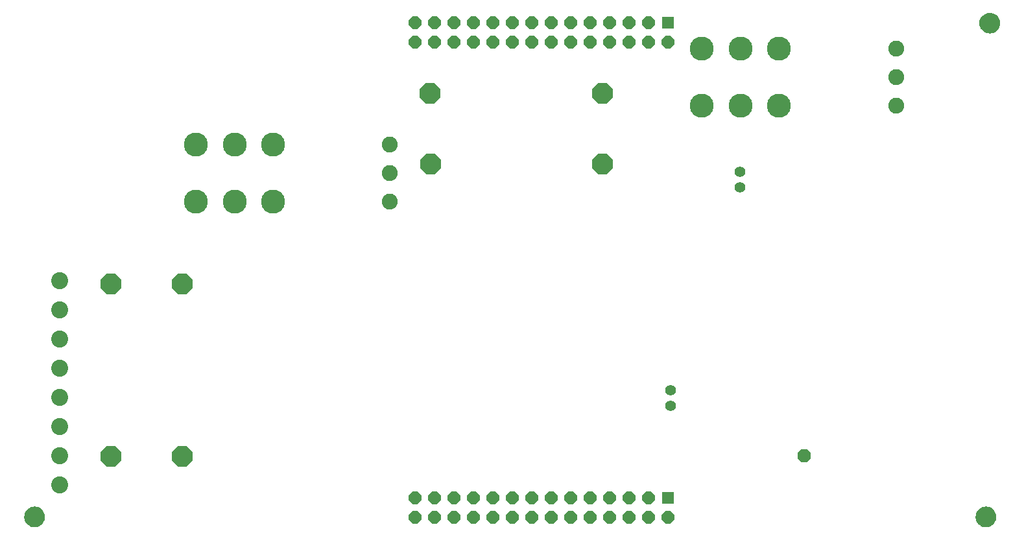
<source format=gbs>
G75*
%MOIN*%
%OFA0B0*%
%FSLAX25Y25*%
%IPPOS*%
%LPD*%
%AMOC8*
5,1,8,0,0,1.08239X$1,22.5*
%
%ADD10R,0.06406X0.06406*%
%ADD11OC8,0.06406*%
%ADD12C,0.08768*%
%ADD13C,0.00500*%
%ADD14OC8,0.06996*%
%ADD15OC8,0.10500*%
%ADD16C,0.12311*%
%ADD17C,0.08177*%
%ADD18C,0.05500*%
D10*
X0345473Y0038461D03*
X0345473Y0282713D03*
D11*
X0335473Y0282713D03*
X0325473Y0282713D03*
X0315473Y0282713D03*
X0305473Y0282713D03*
X0295473Y0282713D03*
X0285473Y0282713D03*
X0275473Y0282713D03*
X0265473Y0282713D03*
X0255473Y0282713D03*
X0245473Y0282713D03*
X0235473Y0282713D03*
X0225473Y0282713D03*
X0215473Y0282713D03*
X0215473Y0272713D03*
X0225473Y0272713D03*
X0235473Y0272713D03*
X0245473Y0272713D03*
X0255473Y0272713D03*
X0265473Y0272713D03*
X0275473Y0272713D03*
X0285473Y0272713D03*
X0295473Y0272713D03*
X0305473Y0272713D03*
X0315473Y0272713D03*
X0325473Y0272713D03*
X0335473Y0272713D03*
X0345473Y0272713D03*
X0335473Y0038461D03*
X0325473Y0038461D03*
X0315473Y0038461D03*
X0305473Y0038461D03*
X0295473Y0038461D03*
X0285473Y0038461D03*
X0275473Y0038461D03*
X0265473Y0038461D03*
X0255473Y0038461D03*
X0245473Y0038461D03*
X0235473Y0038461D03*
X0225473Y0038461D03*
X0215473Y0038461D03*
X0215473Y0028461D03*
X0225473Y0028461D03*
X0235473Y0028461D03*
X0245473Y0028461D03*
X0255473Y0028461D03*
X0265473Y0028461D03*
X0275473Y0028461D03*
X0285473Y0028461D03*
X0295473Y0028461D03*
X0305473Y0028461D03*
X0315473Y0028461D03*
X0325473Y0028461D03*
X0335473Y0028461D03*
X0345473Y0028461D03*
D12*
X0032796Y0045016D03*
X0032796Y0060016D03*
X0032796Y0075016D03*
X0032796Y0090016D03*
X0032796Y0105016D03*
X0032796Y0120016D03*
X0032796Y0135016D03*
X0032796Y0150016D03*
D13*
X0016590Y0024788D02*
X0017304Y0024288D01*
X0018094Y0023920D01*
X0018936Y0023694D01*
X0019804Y0023618D01*
X0020672Y0023694D01*
X0021514Y0023920D01*
X0022304Y0024288D01*
X0023018Y0024788D01*
X0023634Y0025404D01*
X0024134Y0026118D01*
X0024502Y0026908D01*
X0024728Y0027750D01*
X0024804Y0028618D01*
X0024728Y0029486D01*
X0024502Y0030328D01*
X0024134Y0031118D01*
X0023634Y0031832D01*
X0023018Y0032448D01*
X0022304Y0032948D01*
X0021514Y0033317D01*
X0020672Y0033542D01*
X0019804Y0033618D01*
X0018936Y0033542D01*
X0018094Y0033317D01*
X0017304Y0032948D01*
X0016590Y0032448D01*
X0015974Y0031832D01*
X0015474Y0031118D01*
X0015105Y0030328D01*
X0014880Y0029486D01*
X0014804Y0028618D01*
X0014880Y0027750D01*
X0015105Y0026908D01*
X0015474Y0026118D01*
X0015974Y0025404D01*
X0016590Y0024788D01*
X0016743Y0024681D02*
X0022865Y0024681D01*
X0023410Y0025180D02*
X0016198Y0025180D01*
X0015782Y0025678D02*
X0023826Y0025678D01*
X0024161Y0026177D02*
X0015447Y0026177D01*
X0015214Y0026675D02*
X0024394Y0026675D01*
X0024574Y0027174D02*
X0015034Y0027174D01*
X0014901Y0027672D02*
X0024707Y0027672D01*
X0024765Y0028171D02*
X0014843Y0028171D01*
X0014808Y0028669D02*
X0024799Y0028669D01*
X0024756Y0029168D02*
X0014852Y0029168D01*
X0014928Y0029666D02*
X0024680Y0029666D01*
X0024546Y0030165D02*
X0015062Y0030165D01*
X0015262Y0030663D02*
X0024346Y0030663D01*
X0024104Y0031162D02*
X0015504Y0031162D01*
X0015853Y0031660D02*
X0023754Y0031660D01*
X0023307Y0032159D02*
X0016300Y0032159D01*
X0016888Y0032657D02*
X0022719Y0032657D01*
X0021859Y0033156D02*
X0017749Y0033156D01*
X0017530Y0024183D02*
X0022078Y0024183D01*
X0020558Y0023684D02*
X0019050Y0023684D01*
X0503780Y0028618D02*
X0503856Y0029486D01*
X0504082Y0030328D01*
X0504450Y0031118D01*
X0504950Y0031832D01*
X0505566Y0032448D01*
X0506280Y0032948D01*
X0507070Y0033317D01*
X0507912Y0033542D01*
X0508780Y0033618D01*
X0509649Y0033542D01*
X0510490Y0033317D01*
X0511280Y0032948D01*
X0511994Y0032448D01*
X0512611Y0031832D01*
X0513110Y0031118D01*
X0513479Y0030328D01*
X0513704Y0029486D01*
X0513780Y0028618D01*
X0513704Y0027750D01*
X0513479Y0026908D01*
X0513110Y0026118D01*
X0512611Y0025404D01*
X0511994Y0024788D01*
X0511280Y0024288D01*
X0510490Y0023920D01*
X0509649Y0023694D01*
X0508780Y0023618D01*
X0507912Y0023694D01*
X0507070Y0023920D01*
X0506280Y0024288D01*
X0505566Y0024788D01*
X0504950Y0025404D01*
X0504450Y0026118D01*
X0504082Y0026908D01*
X0503856Y0027750D01*
X0503780Y0028618D01*
X0503785Y0028669D02*
X0513776Y0028669D01*
X0513741Y0028171D02*
X0503819Y0028171D01*
X0503877Y0027672D02*
X0513684Y0027672D01*
X0513550Y0027174D02*
X0504011Y0027174D01*
X0504190Y0026675D02*
X0513370Y0026675D01*
X0513138Y0026177D02*
X0504423Y0026177D01*
X0504758Y0025678D02*
X0512802Y0025678D01*
X0512386Y0025180D02*
X0505175Y0025180D01*
X0505719Y0024681D02*
X0511842Y0024681D01*
X0511054Y0024183D02*
X0506506Y0024183D01*
X0508026Y0023684D02*
X0509534Y0023684D01*
X0513732Y0029168D02*
X0503828Y0029168D01*
X0503904Y0029666D02*
X0513656Y0029666D01*
X0513523Y0030165D02*
X0504038Y0030165D01*
X0504238Y0030663D02*
X0513323Y0030663D01*
X0513080Y0031162D02*
X0504481Y0031162D01*
X0504830Y0031660D02*
X0512731Y0031660D01*
X0512284Y0032159D02*
X0505277Y0032159D01*
X0505865Y0032657D02*
X0511696Y0032657D01*
X0510835Y0033156D02*
X0506725Y0033156D01*
X0510749Y0277555D02*
X0509881Y0277631D01*
X0509039Y0277857D01*
X0508249Y0278225D01*
X0507535Y0278725D01*
X0506919Y0279341D01*
X0506419Y0280055D01*
X0506050Y0280845D01*
X0505825Y0281687D01*
X0505749Y0282555D01*
X0505825Y0283423D01*
X0506050Y0284265D01*
X0506419Y0285055D01*
X0506919Y0285769D01*
X0507535Y0286385D01*
X0508249Y0286885D01*
X0509039Y0287254D01*
X0509881Y0287479D01*
X0510749Y0287555D01*
X0511617Y0287479D01*
X0512459Y0287254D01*
X0513249Y0286885D01*
X0513963Y0286385D01*
X0514579Y0285769D01*
X0515079Y0285055D01*
X0515447Y0284265D01*
X0515673Y0283423D01*
X0515749Y0282555D01*
X0515673Y0281687D01*
X0515447Y0280845D01*
X0515079Y0280055D01*
X0514579Y0279341D01*
X0513963Y0278725D01*
X0513249Y0278225D01*
X0512459Y0277857D01*
X0511617Y0277631D01*
X0510749Y0277555D01*
X0512605Y0277925D02*
X0508892Y0277925D01*
X0507966Y0278423D02*
X0513532Y0278423D01*
X0514160Y0278922D02*
X0507338Y0278922D01*
X0506863Y0279420D02*
X0514635Y0279420D01*
X0514984Y0279919D02*
X0506514Y0279919D01*
X0506250Y0280417D02*
X0515248Y0280417D01*
X0515466Y0280916D02*
X0506031Y0280916D01*
X0505898Y0281414D02*
X0515600Y0281414D01*
X0515693Y0281913D02*
X0505805Y0281913D01*
X0505761Y0282411D02*
X0515736Y0282411D01*
X0515718Y0282910D02*
X0505780Y0282910D01*
X0505823Y0283408D02*
X0515674Y0283408D01*
X0515543Y0283907D02*
X0505954Y0283907D01*
X0506116Y0284405D02*
X0515382Y0284405D01*
X0515149Y0284904D02*
X0506348Y0284904D01*
X0506662Y0285403D02*
X0514836Y0285403D01*
X0514447Y0285901D02*
X0507051Y0285901D01*
X0507555Y0286400D02*
X0513942Y0286400D01*
X0513221Y0286898D02*
X0508276Y0286898D01*
X0509572Y0287397D02*
X0511925Y0287397D01*
D14*
X0415499Y0060031D03*
D15*
X0311790Y0209931D03*
X0311740Y0246481D03*
X0223157Y0246481D03*
X0223207Y0209931D03*
X0095699Y0148422D03*
X0059099Y0148422D03*
X0059099Y0059840D03*
X0095699Y0059840D03*
D16*
X0102735Y0190617D03*
X0122578Y0190617D03*
X0142420Y0190617D03*
X0142420Y0220145D03*
X0122578Y0220145D03*
X0102735Y0220145D03*
X0362785Y0239967D03*
X0382628Y0239967D03*
X0402470Y0239967D03*
X0402470Y0269495D03*
X0382628Y0269495D03*
X0362785Y0269495D03*
D17*
X0462549Y0269495D03*
X0462549Y0254731D03*
X0462549Y0239967D03*
X0202499Y0220145D03*
X0202499Y0205381D03*
X0202499Y0190617D03*
D18*
X0346799Y0093768D03*
X0346799Y0085894D03*
X0382249Y0198094D03*
X0382249Y0205968D03*
M02*

</source>
